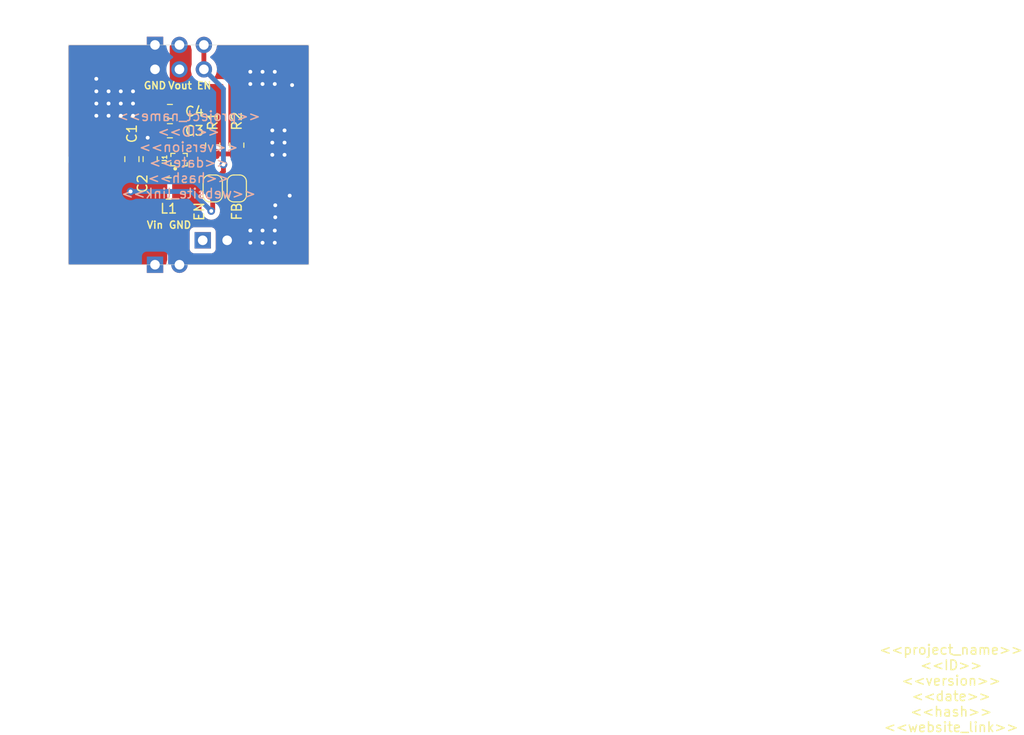
<source format=kicad_pcb>
(kicad_pcb (version 20240108) (generator "pcbnew") (generator_version "8.0")
  (title_block (title "<<ID>>_<<project_name>>") (date "<<date>>") (rev "<<version>>") (comment 4 "<<hash>>"))
  (layers (0 "F.Cu" signal) (31 "B.Cu" signal) (34 "B.Paste" user) (35 "F.Paste" user) (36 "B.SilkS" user "B.Silkscreen") (37 "F.SilkS" user "F.Silkscreen") (38 "B.Mask" user) (39 "F.Mask" user) (44 "Edge.Cuts" user))
  (net 0 "")
  (net 1 "Vin")
  (net 2 "GND")
  (net 3 "Vout")
  (net 4 "En")
  (net 5 "FB")
  (net 6 "SW")
  (footprint "Resistor_SMD:R_0805_2012Metric" (layer "F.Cu") (at 149 94.5 -90)
    (property "Reference" "R1" (at -2.5 0 90) (layer "F.SilkS"))
    (property "Value" "R_Small")
    (fp_line (start -0.227064 0.735) (end 0.227064 0.735) (stroke (width 0.12)) (layer "F.SilkS"))
    (fp_line (start -0.227064 -0.735) (end 0.227064 -0.735) (stroke (width 0.12)) (layer "F.SilkS"))
    (pad "1" smd roundrect (at -0.9125 0 270) (size 1.025 1.4) (layers "F.Cu" "F.Paste" "F.Mask") (roundrect_rratio 0.243902) (net 3 "Vout"))
    (pad "2" smd roundrect (at 0.9125 0 270) (size 1.025 1.4) (layers "F.Cu" "F.Paste" "F.Mask") (roundrect_rratio 0.243902) (net 5 "FB"))
  )
  (footprint "Capacitor_SMD:C_0805_2012Metric" (layer "F.Cu") (at 142.5 95.95 90)
    (property "Reference" "C2" (at -2.55 -0.8 90) (layer "F.SilkS"))
    (property "Value" "C_Small")
    (fp_line (start -0.261252 -0.735) (end 0.261252 -0.735) (stroke (width 0.12)) (layer "F.SilkS"))
    (fp_line (start -0.261252 0.735) (end 0.261252 0.735) (stroke (width 0.12)) (layer "F.SilkS"))
    (pad "1" smd roundrect (at -0.95 0 90) (size 1 1.45) (layers "F.Cu" "F.Paste" "F.Mask") (net 1 "Vin"))
    (pad "2" smd roundrect (at 0.95 0 90) (size 1 1.45) (layers "F.Cu" "F.Paste" "F.Mask") (net 2 "GND"))
  )
  (footprint "Capacitor_SMD:C_0805_2012Metric" (layer "F.Cu") (at 144.55 91 180)
    (property "Reference" "C4" (at -2.55 0 0) (layer "F.SilkS"))
    (property "Value" "C_Small")
    (fp_line (start -0.261252 0.735) (end 0.261252 0.735) (stroke (width 0.12)) (layer "F.SilkS"))
    (fp_line (start -0.261252 -0.735) (end 0.261252 -0.735) (stroke (width 0.12)) (layer "F.SilkS"))
    (pad "1" smd roundrect (at -0.95 0 180) (size 1 1.45) (layers "F.Cu" "F.Paste" "F.Mask") (net 3 "Vout"))
    (pad "2" smd roundrect (at 0.95 0 180) (size 1 1.45) (layers "F.Cu" "F.Paste" "F.Mask") (net 2 "GND"))
  )
  (footprint "Capacitor_SMD:C_0805_2012Metric" (layer "F.Cu") (at 144.55 93 180)
    (property "Reference" "C3" (at -2.55 0 0) (layer "F.SilkS"))
    (property "Value" "C_Small")
    (fp_line (start -0.261252 0.735) (end 0.261252 0.735) (stroke (width 0.12)) (layer "F.SilkS"))
    (fp_line (start -0.261252 -0.735) (end 0.261252 -0.735) (stroke (width 0.12)) (layer "F.SilkS"))
    (pad "1" smd roundrect (at -0.95 0 180) (size 1 1.45) (layers "F.Cu" "F.Paste" "F.Mask") (net 3 "Vout"))
    (pad "2" smd roundrect (at 0.95 0 180) (size 1 1.45) (layers "F.Cu" "F.Paste" "F.Mask") (net 2 "GND"))
  )
  (footprint "Converter_DCDC_custom:BGA6N40P3X2_122X88X62N" (layer "F.Cu") (at 145.5 96 90)
    (property "Reference" "U1" (at 0 -1.5 90) (layer "F.SilkS") (effects (font (size 0.48 0.48))))
    (property "Value" "TPS61099YFFT")
    (fp_line (start 0.645 -0.845) (end 0.3225 -0.845) (stroke (width 0.127)) (layer "F.SilkS"))
    (fp_line (start 0.645 -0.845) (end 0.645 -0.4225) (stroke (width 0.127)) (layer "F.SilkS"))
    (fp_line (start -0.645 -0.845) (end -0.3225 -0.845) (stroke (width 0.127)) (layer "F.SilkS"))
    (fp_line (start -0.645 -0.845) (end -0.645 -0.4225) (stroke (width 0.127)) (layer "F.SilkS"))
    (fp_line (start 0.645 0.845) (end 0.645 0.4225) (stroke (width 0.127)) (layer "F.SilkS"))
    (fp_line (start 0.645 0.845) (end 0.3225 0.845) (stroke (width 0.127)) (layer "F.SilkS"))
    (fp_line (start -0.645 0.845) (end -0.645 0.4225) (stroke (width 0.127)) (layer "F.SilkS"))
    (fp_line (start -0.645 0.845) (end -0.3225 0.845) (stroke (width 0.127)) (layer "F.SilkS"))
    (fp_circle (center -0.942 -0.4) (end -0.842 -0.4) (stroke (width 0.2)) (fill none) (layer "F.SilkS"))
    (pad "A1" smd circle (at -0.2 -0.4 90) (size 0.25 0.25) (layers "F.Cu" "F.Paste" "F.Mask") (net 1 "Vin"))
    (pad "A2" smd circle (at 0.2 -0.4 90) (size 0.25 0.25) (layers "F.Cu" "F.Paste" "F.Mask") (net 2 "GND"))
    (pad "B1" smd circle (at -0.2 0 90) (size 0.25 0.25) (layers "F.Cu" "F.Paste" "F.Mask") (net 6 "SW"))
    (pad "B2" smd circle (at 0.2 0 90) (size 0.25 0.25) (layers "F.Cu" "F.Paste" "F.Mask") (net 3 "Vout"))
    (pad "C1" smd circle (at -0.2 0.4 90) (size 0.25 0.25) (layers "F.Cu" "F.Paste" "F.Mask") (net 4 "En"))
    (pad "C2" smd circle (at 0.2 0.4 90) (size 0.25 0.25) (layers "F.Cu" "F.Paste" "F.Mask") (net 5 "FB"))
  )
  (footprint "Jumper:SolderJumper-2_P1.3mm_Open_RoundedPad1.0x1.5mm" (layer "F.Cu") (at 149 99 -90)
    (property "Reference" "JP1" (hide yes))
    (property "Value" "SolderJumper_2_Open")
    (fp_line (start 0.7 1) (end -0.7 1) (stroke (width 0.12)) (layer "F.SilkS"))
    (fp_line (start -1.4 0.3) (end -1.4 -0.3) (stroke (width 0.12)) (layer "F.SilkS"))
    (fp_line (start 1.4 -0.3) (end 1.4 0.3) (stroke (width 0.12)) (layer "F.SilkS"))
    (fp_line (start -0.7 -1) (end 0.7 -1) (stroke (width 0.12)) (layer "F.SilkS"))
    (fp_arc (start -0.7 1) (mid -1.194975 0.794975) (end -1.4 0.3) (stroke (width 0.12)) (layer "F.SilkS"))
    (fp_arc (start 1.4 0.3) (mid 1.194975 0.794975) (end 0.7 1) (stroke (width 0.12)) (layer "F.SilkS"))
    (fp_arc (start -1.4 -0.3) (mid -1.194975 -0.794975) (end -0.7 -1) (stroke (width 0.12)) (layer "F.SilkS"))
    (fp_arc (start 0.7 -1) (mid 1.194975 -0.794975) (end 1.4 -0.3) (stroke (width 0.12)) (layer "F.SilkS"))
    (fp_text user "EN" (at 2.4 1.4 90) (layer "F.SilkS"))
    (pad "1" smd custom (at -0.65 0 270) (size 1 0.5) (layers "F.Cu" "F.Mask") (net 4 "En") (options (clearance outline) (anchor rect)) (primitives (gr_circle (center 0 0.25) (end 0.5 0.25) (width 0) (fill yes)) (gr_circle (center 0 -0.25) (end 0.5 -0.25) (width 0) (fill yes)) (gr_poly (pts (xy 0.5 0.75) (xy 0 0.75) (xy 0 -0.75) (xy 0.5 -0.75)) (width 0) (fill yes))))
    (pad "2" smd custom (at 0.65 0 270) (size 1 0.5) (layers "F.Cu" "F.Mask") (net 1 "Vin") (options (clearance outline) (anchor rect)) (primitives (gr_circle (center 0 0.25) (end 0.5 0.25) (width 0) (fill yes)) (gr_circle (center 0 -0.25) (end 0.5 -0.25) (width 0) (fill yes)) (gr_poly (pts (xy 0 0.75) (xy -0.5 0.75) (xy -0.5 -0.75) (xy 0 -0.75)) (width 0) (fill yes))))
  )
  (footprint "Connector_PinHeader_2.54mm:PinHeader_1x02_P2.54mm_Vertical" (layer "F.Cu") (at 143.002 106.934 90)
    (property "Reference" "J2" (hide yes))
    (property "Value" "Conn_01x02")
    (pad "1" thru_hole rect (at 0 0 90) (size 1.7 1.7) (drill 1) (layers "*.Cu" "*.Mask") (net 1 "Vin"))
    (pad "2" thru_hole oval (at 0 2.54 90) (size 1.7 1.7) (drill 1) (layers "*.Cu" "*.Mask") (net 2 "GND"))
  )
  (footprint "Connector_PinHeader_2.54mm:PinHeader_1x03_P2.54mm_Vertical" (layer "F.Cu") (at 143.002 86.614 90)
    (property "Reference" "J3" (hide yes))
    (property "Value" "Conn_01x03")
    (pad "1" thru_hole rect (at 0 0 90) (size 1.7 1.7) (drill 1) (layers "*.Cu" "*.Mask") (net 2 "GND"))
    (pad "2" thru_hole oval (at 0 2.54 90) (size 1.7 1.7) (drill 1) (layers "*.Cu" "*.Mask") (net 3 "Vout"))
    (pad "3" thru_hole oval (at 0 5.08 90) (size 1.7 1.7) (drill 1) (layers "*.Cu" "*.Mask") (net 4 "En"))
  )
  (footprint "Resistor_SMD:R_0805_2012Metric" (layer "F.Cu") (at 151.5 94.5 90)
    (property "Reference" "R2" (at 2.5 0 90) (layer "F.SilkS"))
    (property "Value" "R_Small")
    (fp_line (start -0.227064 -0.735) (end 0.227064 -0.735) (stroke (width 0.12)) (layer "F.SilkS"))
    (fp_line (start -0.227064 0.735) (end 0.227064 0.735) (stroke (width 0.12)) (layer "F.SilkS"))
    (pad "1" smd roundrect (at -0.9125 0 90) (size 1.025 1.4) (layers "F.Cu" "F.Paste" "F.Mask") (roundrect_rratio 0.243902) (net 5 "FB"))
    (pad "2" smd roundrect (at 0.9125 0 90) (size 1.025 1.4) (layers "F.Cu" "F.Paste" "F.Mask") (roundrect_rratio 0.243902) (net 2 "GND"))
  )
  (footprint "Inductor_SMD:L_1008_2520Metric" (layer "F.Cu") (at 144.425 99)
    (property "Reference" "L1" (at 0 2.1 0) (layer "F.SilkS"))
    (property "Value" "L_Small")
    (fp_line (start -0.261252 -1.11) (end 0.261252 -1.11) (stroke (width 0.12)) (layer "F.SilkS"))
    (fp_line (start -0.261252 1.11) (end 0.261252 1.11) (stroke (width 0.12)) (layer "F.SilkS"))
    (pad "1" smd roundrect (at -1.075 0) (size 1.25 2.2) (layers "F.Cu" "F.Paste" "F.Mask") (roundrect_rratio 0.2) (net 1 "Vin"))
    (pad "2" smd roundrect (at 1.075 0) (size 1.25 2.2) (layers "F.Cu" "F.Paste" "F.Mask") (roundrect_rratio 0.2) (net 6 "SW"))
  )
  (footprint "Jumper:SolderJumper-2_P1.3mm_Open_RoundedPad1.0x1.5mm" (layer "F.Cu") (at 151.5 99 -90)
    (property "Reference" "JP2" (hide yes))
    (property "Value" "SolderJumper_2_Open")
    (fp_line (start 0.7 1) (end -0.7 1) (stroke (width 0.12)) (layer "F.SilkS"))
    (fp_line (start -1.4 0.3) (end -1.4 -0.3) (stroke (width 0.12)) (layer "F.SilkS"))
    (fp_line (start 1.4 -0.3) (end 1.4 0.3) (stroke (width 0.12)) (layer "F.SilkS"))
    (fp_line (start -0.7 -1) (end 0.7 -1) (stroke (width 0.12)) (layer "F.SilkS"))
    (fp_arc (start -0.7 1) (mid -1.194975 0.794975) (end -1.4 0.3) (stroke (width 0.12)) (layer "F.SilkS"))
    (fp_arc (start 1.4 0.3) (mid 1.194975 0.794975) (end 0.7 1) (stroke (width 0.12)) (layer "F.SilkS"))
    (fp_arc (start -1.4 -0.3) (mid -1.194975 -0.794975) (end -0.7 -1) (stroke (width 0.12)) (layer "F.SilkS"))
    (fp_arc (start 0.7 -1) (mid 1.194975 -0.794975) (end 1.4 -0.3) (stroke (width 0.12)) (layer "F.SilkS"))
    (fp_text user "FB" (at 2.4 0 90) (layer "F.SilkS"))
    (pad "1" smd custom (at -0.65 0 270) (size 1 0.5) (layers "F.Cu" "F.Mask") (net 5 "FB") (options (clearance outline) (anchor rect)) (primitives (gr_circle (center 0 0.25) (end 0.5 0.25) (width 0) (fill yes)) (gr_circle (center 0 -0.25) (end 0.5 -0.25) (width 0) (fill yes)) (gr_poly (pts (xy 0.5 0.75) (xy 0 0.75) (xy 0 -0.75) (xy 0.5 -0.75)) (width 0) (fill yes))))
    (pad "2" smd custom (at 0.65 0 270) (size 1 0.5) (layers "F.Cu" "F.Mask") (net 2 "GND") (options (clearance outline) (anchor rect)) (primitives (gr_circle (center 0 0.25) (end 0.5 0.25) (width 0) (fill yes)) (gr_circle (center 0 -0.25) (end 0.5 -0.25) (width 0) (fill yes)) (gr_poly (pts (xy 0 0.75) (xy -0.5 0.75) (xy -0.5 -0.75) (xy 0 -0.75)) (width 0) (fill yes))))
  )
  (footprint "Connector_PinHeader_2.54mm:PinHeader_1x03_P2.54mm_Vertical" (layer "F.Cu") (at 143.002 84.074 90)
    (property "Reference" "J4" (hide yes))
    (property "Value" "Conn_01x03")
    (pad "1" thru_hole rect (at 0 0 90) (size 1.7 1.7) (drill 1) (layers "*.Cu" "*.Mask") (net 2 "GND"))
    (pad "2" thru_hole oval (at 0 2.54 90) (size 1.7 1.7) (drill 1) (layers "*.Cu" "*.Mask") (net 3 "Vout"))
    (pad "3" thru_hole oval (at 0 5.08 90) (size 1.7 1.7) (drill 1) (layers "*.Cu" "*.Mask") (net 4 "En"))
  )
  (footprint "Capacitor_SMD:C_0805_2012Metric" (layer "F.Cu") (at 140.6 95.95 90)
    (property "Reference" "C1" (at 2.65 0 90) (layer "F.SilkS"))
    (property "Value" "C_Small")
    (fp_line (start -0.261252 -0.735) (end 0.261252 -0.735) (stroke (width 0.12)) (layer "F.SilkS"))
    (fp_line (start -0.261252 0.735) (end 0.261252 0.735) (stroke (width 0.12)) (layer "F.SilkS"))
    (pad "1" smd roundrect (at -0.95 0 90) (size 1 1.45) (layers "F.Cu" "F.Paste" "F.Mask") (net 1 "Vin"))
    (pad "2" smd roundrect (at 0.95 0 90) (size 1 1.45) (layers "F.Cu" "F.Paste" "F.Mask") (net 2 "GND"))
  )
  (footprint "Connector_PinHeader_2.54mm:PinHeader_1x02_P2.54mm_Vertical" (layer "F.Cu") (at 147.96 104.394 90)
    (property "Reference" "J1" (hide yes))
    (property "Value" "Conn_01x02")
    (pad "1" thru_hole rect (at 0 0 90) (size 1.7 1.7) (drill 1) (layers "*.Cu" "*.Mask") (net 1 "Vin"))
    (pad "2" thru_hole oval (at 0 2.54 90) (size 1.7 1.7) (drill 1) (layers "*.Cu" "*.Mask") (net 2 "GND"))
  )
  (gr_rect (start 134 84.074) (end 159 106.934) (stroke (width 0.05)) (fill none) (layer "Edge.Cuts"))
  (gr_text "<<project_name>>\n<<ID>>\n<<version>>\n<<date>>\n<<hash>>\n<<website_link>>" (at 146.5 95.504 0) (layer "B.SilkS") (effects (font (size 1 1)) (justify mirror)))
  (gr_text "GND" (at 143 88.3 0) (layer "F.SilkS") (effects (font (size 0.75 0.75))))
  (gr_text "Vout" (at 145.6 88.3 0) (layer "F.SilkS") (effects (font (size 0.75 0.75))))
  (gr_text "EN" (at 148.1 88.3 0) (layer "F.SilkS") (effects (font (size 0.75 0.75))))
  (gr_text "GND" (at 145.6 102.8 0) (layer "F.SilkS") (effects (font (size 0.75 0.75))))
  (gr_text "Vin" (at 143 102.8 0) (layer "F.SilkS") (effects (font (size 0.75 0.75))))
  (gr_text "<<project_name>>\n<<ID>>\n<<version>>\n<<date>>\n<<hash>>\n<<website_link>>" (at 225.75 151 0) (layer "F.SilkS") (effects (font (size 1 1))))
  (segment (start 149 99.65) (end 149 101.19) (width 0.5) (layer "F.Cu") (net 1))
  (segment (start 145.1 96.2) (end 143.35 97.95) (width 0.21) (layer "F.Cu") (net 1))
  (segment (start 143.35 97.95) (end 143.35 99) (width 0.21) (layer "F.Cu") (net 1))
  (segment (start 149 101.19) (end 148.844 101.346) (width 0.5) (layer "F.Cu") (net 1))
  (via (at 148.844 101.346) (size 0.8) (drill 0.4) (layers "F.Cu" "B.Cu") (net 1))
  (via (at 140.462 99.314) (size 0.8) (drill 0.4) (layers "F.Cu" "B.Cu") (net 1))
  (segment (start 146.812 99.314) (end 140.462 99.314) (width 0.5) (layer "B.Cu") (net 1))
  (segment (start 148.844 101.346) (end 146.812 99.314) (width 0.5) (layer "B.Cu") (net 1))
  (segment (start 145.1 95.6) (end 144.5 95) (width 0.21) (layer "F.Cu") (net 2))
  (segment (start 145.1 95.8) (end 145.1 95.6) (width 0.21) (layer "F.Cu") (net 2))
  (segment (start 144.5 95) (end 142.5 95) (width 0.21) (layer "F.Cu") (net 2))
  (via (at 156.464 94.234) (size 0.8) (drill 0.4) (layers "F.Cu" "B.Cu") (net 2))
  (via (at 155.5 102) (size 0.8) (drill 0.4) (layers "F.Cu" "B.Cu") (net 2))
  (via (at 155.448 88.138) (size 0.8) (drill 0.4) (layers "F.Cu" "B.Cu") (net 2))
  (via (at 136.906 90.17) (size 0.8) (drill 0.4) (layers "F.Cu" "B.Cu") (net 2))
  (via (at 139.446 91.44) (size 0.8) (drill 0.4) (layers "F.Cu" "B.Cu") (net 2))
  (via (at 140.716 90.17) (size 0.8) (drill 0.4) (layers "F.Cu" "B.Cu") (net 2))
  (via (at 152.908 104.648) (size 0.8) (drill 0.4) (layers "F.Cu" "B.Cu") (net 2))
  (via (at 157 99.75) (size 0.8) (drill 0.4) (layers "F.Cu" "B.Cu") (net 2))
  (via (at 152.908 88.138) (size 0.8) (drill 0.4) (layers "F.Cu" "B.Cu") (net 2))
  (via (at 154.178 103.378) (size 0.8) (drill 0.4) (layers "F.Cu" "B.Cu") (net 2))
  (via (at 139.446 90.17) (size 0.8) (drill 0.4) (layers "F.Cu" "B.Cu") (net 2))
  (via (at 155.194 95.504) (size 0.8) (drill 0.4) (layers "F.Cu" "B.Cu") (net 2))
  (via (at 138.176 88.9) (size 0.8) (drill 0.4) (layers "F.Cu" "B.Cu") (net 2))
  (via (at 157.25 88.25) (size 0.8) (drill 0.4) (layers "F.Cu" "B.Cu") (net 2))
  (via (at 155.448 104.648) (size 0.8) (drill 0.4) (layers "F.Cu" "B.Cu") (net 2))
  (via (at 136.9 87.6) (size 0.8) (drill 0.4) (layers "F.Cu" "B.Cu") (net 2))
  (via (at 138.176 91.44) (size 0.8) (drill 0.4) (layers "F.Cu" "B.Cu") (net 2))
  (via (at 139.446 88.9) (size 0.8) (drill 0.4) (layers "F.Cu" "B.Cu") (net 2))
  (via (at 155.194 92.964) (size 0.8) (drill 0.4) (layers "F.Cu" "B.Cu") (net 2))
  (via (at 154.178 86.868) (size 0.8) (drill 0.4) (layers "F.Cu" "B.Cu") (net 2))
  (via (at 138.176 90.17) (size 0.8) (drill 0.4) (layers "F.Cu" "B.Cu") (net 2))
  (via (at 152.908 103.378) (size 0.8) (drill 0.4) (layers "F.Cu" "B.Cu") (net 2))
  (via (at 155.448 103.378) (size 0.8) (drill 0.4) (layers "F.Cu" "B.Cu") (net 2))
  (via (at 156.464 92.964) (size 0.8) (drill 0.4) (layers "F.Cu" "B.Cu") (net 2))
  (via (at 154.178 88.138) (size 0.8) (drill 0.4) (layers "F.Cu" "B.Cu") (net 2))
  (via (at 152.908 86.868) (size 0.8) (drill 0.4) (layers "F.Cu" "B.Cu") (net 2))
  (via (at 155.448 86.868) (size 0.8) (drill 0.4) (layers "F.Cu" "B.Cu") (net 2))
  (via (at 155.194 94.234) (size 0.8) (drill 0.4) (layers "F.Cu" "B.Cu") (net 2))
  (via (at 140.716 88.9) (size 0.8) (drill 0.4) (layers "F.Cu" "B.Cu") (net 2))
  (via (at 154.178 104.648) (size 0.8) (drill 0.4) (layers "F.Cu" "B.Cu") (net 2))
  (via (at 136.906 91.44) (size 0.8) (drill 0.4) (layers "F.Cu" "B.Cu") (net 2))
  (via (at 155.5 100.75) (size 0.8) (drill 0.4) (layers "F.Cu" "B.Cu") (net 2))
  (via (at 156.464 95.504) (size 0.8) (drill 0.4) (layers "F.Cu" "B.Cu") (net 2))
  (via (at 140.716 91.44) (size 0.8) (drill 0.4) (layers "F.Cu" "B.Cu") (net 2))
  (via (at 136.906 88.9) (size 0.8) (drill 0.4) (layers "F.Cu" "B.Cu") (net 2))
  (via (at 142.24 93.726) (size 0.8) (drill 0.4) (layers "F.Cu" "B.Cu") (net 2))
  (segment (start 145.5 95.8) (end 145.5 93) (width 0.21) (layer "F.Cu") (net 3))
  (segment (start 145.9 96.2) (end 147.762 96.2) (width 0.21) (layer "F.Cu") (net 4))
  (segment (start 150.114 97.236) (end 149 98.35) (width 0.5) (layer "F.Cu") (net 4))
  (segment (start 149.046 98.35) (end 149 98.35) (width 0.5) (layer "F.Cu") (net 4))
  (segment (start 148.082 86.614) (end 148.082 84.34852) (width 0.5) (layer "F.Cu") (net 4))
  (segment (start 149 97.438) (end 149 98.35) (width 0.21) (layer "F.Cu") (net 4))
  (segment (start 150.114 96.52) (end 150.114 97.236) (width 0.5) (layer "F.Cu") (net 4))
  (segment (start 147.762 96.2) (end 149 97.438) (width 0.21) (layer "F.Cu") (net 4))
  (via (at 150.114 96.52) (size 0.8) (drill 0.4) (layers "F.Cu" "B.Cu") (net 4))
  (segment (start 150.114 96.52) (end 150.114 88.646) (width 0.5) (layer "B.Cu") (net 4))
  (segment (start 150.114 88.646) (end 148.082 86.614) (width 0.5) (layer "B.Cu") (net 4))
  (segment (start 149 95.4125) (end 151.5 95.4125) (width 0.5) (layer "F.Cu") (net 5))
  (segment (start 151.5 95.4125) (end 151.5 98.35) (width 0.5) (layer "F.Cu") (net 5))
  (segment (start 145.9 95.8) (end 145.9 95.6) (width 0.21) (layer "F.Cu") (net 5))
  (segment (start 146.0875 95.4125) (end 149 95.4125) (width 0.21) (layer "F.Cu") (net 5))
  (segment (start 145.9 95.6) (end 146.0875 95.4125) (width 0.21) (layer "F.Cu") (net 5))
  (segment (start 145.5 96.2) (end 145.5 99) (width 0.21) (layer "F.Cu") (net 6))
  (zone (net 6) (net_name "SW") (layer "F.Cu") (priority 1) (connect_pads (clearance 0.508)) (min_thickness 0.254) (fill yes (thermal_gap 0.508) (thermal_bridge_width 0.508))
    (polygon (pts (xy 147.828 101.6) (xy 144.526 101.6) (xy 144.526 97.028) (xy 147.828 97.028)))
  )
  (zone (net 2) (net_name "GND") (layer "F.Cu") (priority 1) (connect_pads (clearance 0.508)) (min_thickness 0.254) (fill yes (thermal_gap 0.508) (thermal_bridge_width 0.508))
    (polygon (pts (xy 144.272 94.742) (xy 145.034 94.742) (xy 145.034 95.758) (xy 133.604 95.758) (xy 133.604 84.074) (xy 144.272 84.074)))
  )
  (zone (net 2) (net_name "GND") (layer "F.Cu") (connect_pads (clearance 0.508)) (min_thickness 0.254) (fill yes (thermal_gap 0.508) (thermal_bridge_width 0.508))
    (polygon (pts (xy 162.306 108.204) (xy 132.588 108.204) (xy 132.588 80.772) (xy 162.306 80.772)))
  )
  (zone (net 1) (net_name "Vin") (layer "F.Cu") (priority 1) (connect_pads (clearance 0.508)) (min_thickness 0.254) (fill yes (thermal_gap 0.508) (thermal_bridge_width 0.508))
    (polygon (pts (xy 144.277 106.934) (xy 133.604 106.934) (xy 133.604 96.266) (xy 144.272 96.266)))
  )
  (zone (net 3) (net_name "Vout") (layer "F.Cu") (priority 1) (connect_pads (clearance 0.508)) (min_thickness 0.254) (fill yes (thermal_gap 0.508) (thermal_bridge_width 0.508))
    (polygon (pts (xy 146.812 88.138) (xy 150.114 88.138) (xy 150.114 94.5) (xy 144.55 94.488) (xy 144.526 84.074) (xy 146.812 84.074)))
  )
  (zone (net 2) (net_name "GND") (layer "B.Cu") (connect_pads (clearance 0.508)) (min_thickness 0.254) (fill yes (thermal_gap 0.508) (thermal_bridge_width 0.508))
    (polygon (pts (xy 132.588 108.204) (xy 162.306 108.204) (xy 162.306 80.772) (xy 132.588 80.772)))
  )
)
</source>
